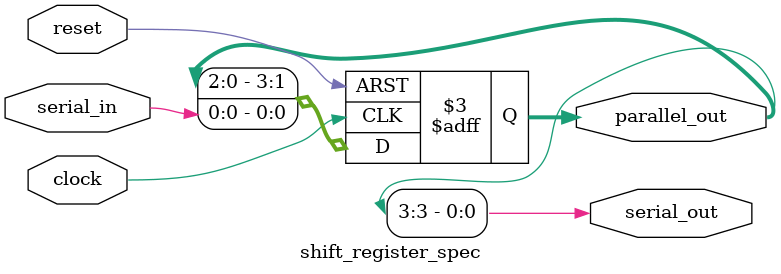
<source format=v>
module shift_register_spec(input [0:0] clock,
                           input [0:0] reset,
                           input [0:0] serial_in,
                           output reg [0:0] serial_out,
                           output reg [3:0] parallel_out);

  always @(negedge clock or posedge reset) begin
    if (reset) begin
      parallel_out <= 4'b0000; // Resetting the shift register
    end else begin
      parallel_out <= {parallel_out[2:0], serial_in}; // Shifting on the falling edge
    end
  end
  
  always @(parallel_out) begin
    serial_out <= parallel_out[3]; // Outputting the MSB as serial_out
  end

endmodule

</source>
